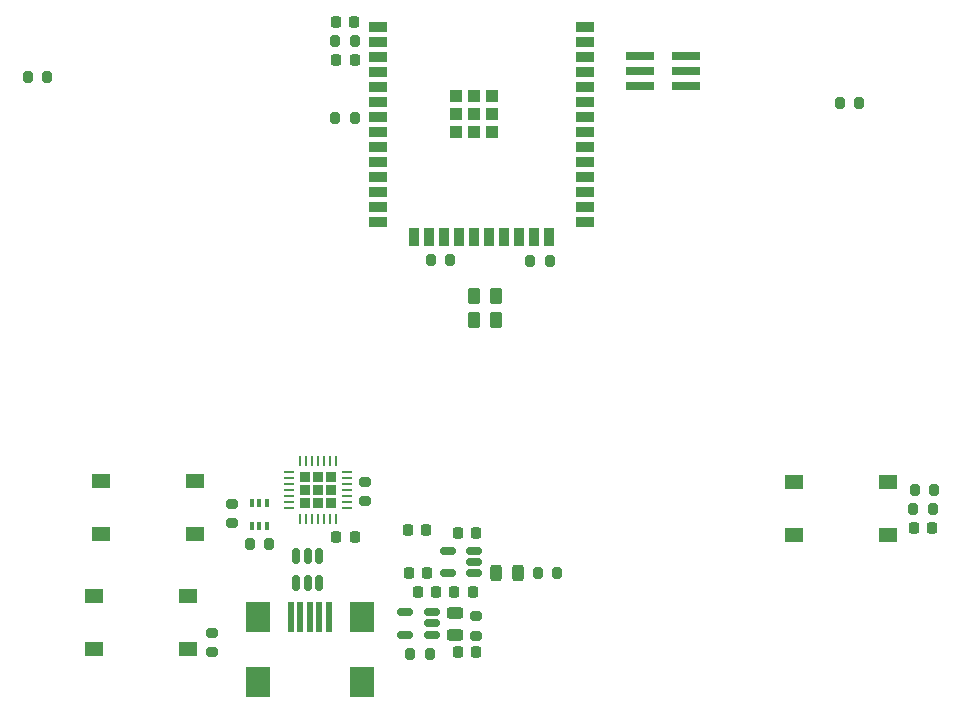
<source format=gbr>
%TF.GenerationSoftware,KiCad,Pcbnew,9.0.1*%
%TF.CreationDate,2025-09-21T13:47:25+02:00*%
%TF.ProjectId,RcSender,52635365-6e64-4657-922e-6b696361645f,rev?*%
%TF.SameCoordinates,Original*%
%TF.FileFunction,Paste,Top*%
%TF.FilePolarity,Positive*%
%FSLAX46Y46*%
G04 Gerber Fmt 4.6, Leading zero omitted, Abs format (unit mm)*
G04 Created by KiCad (PCBNEW 9.0.1) date 2025-09-21 13:47:25*
%MOMM*%
%LPD*%
G01*
G04 APERTURE LIST*
G04 Aperture macros list*
%AMRoundRect*
0 Rectangle with rounded corners*
0 $1 Rounding radius*
0 $2 $3 $4 $5 $6 $7 $8 $9 X,Y pos of 4 corners*
0 Add a 4 corners polygon primitive as box body*
4,1,4,$2,$3,$4,$5,$6,$7,$8,$9,$2,$3,0*
0 Add four circle primitives for the rounded corners*
1,1,$1+$1,$2,$3*
1,1,$1+$1,$4,$5*
1,1,$1+$1,$6,$7*
1,1,$1+$1,$8,$9*
0 Add four rect primitives between the rounded corners*
20,1,$1+$1,$2,$3,$4,$5,0*
20,1,$1+$1,$4,$5,$6,$7,0*
20,1,$1+$1,$6,$7,$8,$9,0*
20,1,$1+$1,$8,$9,$2,$3,0*%
G04 Aperture macros list end*
%ADD10RoundRect,0.200000X-0.275000X0.200000X-0.275000X-0.200000X0.275000X-0.200000X0.275000X0.200000X0*%
%ADD11RoundRect,0.100000X0.100000X-0.225000X0.100000X0.225000X-0.100000X0.225000X-0.100000X-0.225000X0*%
%ADD12R,1.500000X0.900000*%
%ADD13R,0.900000X1.500000*%
%ADD14R,1.050000X1.050000*%
%ADD15RoundRect,0.150000X0.512500X0.150000X-0.512500X0.150000X-0.512500X-0.150000X0.512500X-0.150000X0*%
%ADD16RoundRect,0.200000X0.275000X-0.200000X0.275000X0.200000X-0.275000X0.200000X-0.275000X-0.200000X0*%
%ADD17RoundRect,0.225000X0.225000X0.250000X-0.225000X0.250000X-0.225000X-0.250000X0.225000X-0.250000X0*%
%ADD18RoundRect,0.243750X-0.243750X-0.456250X0.243750X-0.456250X0.243750X0.456250X-0.243750X0.456250X0*%
%ADD19RoundRect,0.200000X0.200000X0.275000X-0.200000X0.275000X-0.200000X-0.275000X0.200000X-0.275000X0*%
%ADD20RoundRect,0.243750X0.456250X-0.243750X0.456250X0.243750X-0.456250X0.243750X-0.456250X-0.243750X0*%
%ADD21RoundRect,0.225000X-0.225000X-0.250000X0.225000X-0.250000X0.225000X0.250000X-0.225000X0.250000X0*%
%ADD22RoundRect,0.218750X0.218750X0.256250X-0.218750X0.256250X-0.218750X-0.256250X0.218750X-0.256250X0*%
%ADD23R,1.550000X1.300000*%
%ADD24RoundRect,0.200000X-0.200000X-0.275000X0.200000X-0.275000X0.200000X0.275000X-0.200000X0.275000X0*%
%ADD25R,2.400000X0.740000*%
%ADD26RoundRect,0.225000X0.225000X-0.225000X0.225000X0.225000X-0.225000X0.225000X-0.225000X-0.225000X0*%
%ADD27RoundRect,0.062500X0.062500X-0.337500X0.062500X0.337500X-0.062500X0.337500X-0.062500X-0.337500X0*%
%ADD28RoundRect,0.062500X0.337500X-0.062500X0.337500X0.062500X-0.337500X0.062500X-0.337500X-0.062500X0*%
%ADD29RoundRect,0.150000X0.150000X-0.512500X0.150000X0.512500X-0.150000X0.512500X-0.150000X-0.512500X0*%
%ADD30RoundRect,0.250000X-0.262500X-0.450000X0.262500X-0.450000X0.262500X0.450000X-0.262500X0.450000X0*%
%ADD31R,0.500000X2.500000*%
%ADD32R,2.000000X2.500000*%
G04 APERTURE END LIST*
D10*
%TO.C,R13*%
X64200000Y-121500000D03*
X64200000Y-123150000D03*
%TD*%
D11*
%TO.C,Q1*%
X54580000Y-125220000D03*
X55230000Y-125220000D03*
X55880000Y-125220000D03*
X55880000Y-123320000D03*
X55230000Y-123320000D03*
X54580000Y-123320000D03*
%TD*%
D12*
%TO.C,U4*%
X65305000Y-83035000D03*
X65305000Y-84305000D03*
X65305000Y-85575000D03*
X65305000Y-86845000D03*
X65305000Y-88115000D03*
X65305000Y-89385000D03*
X65305000Y-90655000D03*
X65305000Y-91925000D03*
X65305000Y-93195000D03*
X65305000Y-94465000D03*
X65305000Y-95735000D03*
X65305000Y-97005000D03*
X65305000Y-98275000D03*
X65305000Y-99545000D03*
D13*
X68345000Y-100795000D03*
X69615000Y-100795000D03*
X70885000Y-100795000D03*
X72155000Y-100795000D03*
X73425000Y-100795000D03*
X74695000Y-100795000D03*
X75965000Y-100795000D03*
X77235000Y-100795000D03*
X78505000Y-100795000D03*
X79775000Y-100795000D03*
D12*
X82805000Y-99545000D03*
X82805000Y-98275000D03*
X82805000Y-97005000D03*
X82805000Y-95735000D03*
X82805000Y-94465000D03*
X82805000Y-93195000D03*
X82805000Y-91925000D03*
X82805000Y-90655000D03*
X82805000Y-89385000D03*
X82805000Y-88115000D03*
X82805000Y-86845000D03*
X82805000Y-85575000D03*
X82805000Y-84305000D03*
X82805000Y-83035000D03*
D14*
X71850000Y-88850000D03*
X71850000Y-90375000D03*
X71850000Y-91900000D03*
X73375000Y-88850000D03*
X73375000Y-90375000D03*
X73375000Y-91900000D03*
X74900000Y-88850000D03*
X74900000Y-90375000D03*
X74900000Y-91900000D03*
%TD*%
D15*
%TO.C,U2*%
X73425000Y-129250000D03*
X73425000Y-128300000D03*
X73425000Y-127350000D03*
X71150000Y-127350000D03*
X71150000Y-129250000D03*
%TD*%
D16*
%TO.C,R2*%
X73600000Y-134550000D03*
X73600000Y-132900000D03*
%TD*%
D17*
%TO.C,C3*%
X73575000Y-125800000D03*
X72025000Y-125800000D03*
%TD*%
D18*
%TO.C,D2*%
X75225000Y-129200000D03*
X77100000Y-129200000D03*
%TD*%
D19*
%TO.C,R3*%
X80450000Y-129200000D03*
X78800000Y-129200000D03*
%TD*%
D20*
%TO.C,D1*%
X71800000Y-134475000D03*
X71800000Y-132600000D03*
%TD*%
D21*
%TO.C,C9*%
X61750000Y-126200000D03*
X63300000Y-126200000D03*
%TD*%
D22*
%TO.C,FB1*%
X73275000Y-130800000D03*
X71700000Y-130800000D03*
%TD*%
D23*
%TO.C,SW3*%
X41220000Y-131150000D03*
X49180000Y-131150000D03*
X41220000Y-135650000D03*
X49180000Y-135650000D03*
%TD*%
D16*
%TO.C,R7*%
X51200000Y-135950000D03*
X51200000Y-134300000D03*
%TD*%
D17*
%TO.C,C1*%
X73575000Y-135950000D03*
X72025000Y-135950000D03*
%TD*%
D24*
%TO.C,R5*%
X35600000Y-87200000D03*
X37250000Y-87200000D03*
%TD*%
%TO.C,R12*%
X104350000Y-89400000D03*
X106000000Y-89400000D03*
%TD*%
D25*
%TO.C,J3*%
X87450000Y-85430000D03*
X91350000Y-85430000D03*
X87450000Y-86700000D03*
X91350000Y-86700000D03*
X87450000Y-87970000D03*
X91350000Y-87970000D03*
%TD*%
D26*
%TO.C,U7*%
X59080000Y-123320000D03*
X60200000Y-123320000D03*
X61320000Y-123320000D03*
X59080000Y-122200000D03*
X60200000Y-122200000D03*
X61320000Y-122200000D03*
X59080000Y-121080000D03*
X60200000Y-121080000D03*
X61320000Y-121080000D03*
D27*
X58700000Y-124650000D03*
X59200000Y-124650000D03*
X59700000Y-124650000D03*
X60200000Y-124650000D03*
X60700000Y-124650000D03*
X61200000Y-124650000D03*
X61700000Y-124650000D03*
D28*
X62650000Y-123700000D03*
X62650000Y-123200000D03*
X62650000Y-122700000D03*
X62650000Y-122200000D03*
X62650000Y-121700000D03*
X62650000Y-121200000D03*
X62650000Y-120700000D03*
D27*
X61700000Y-119750000D03*
X61200000Y-119750000D03*
X60700000Y-119750000D03*
X60200000Y-119750000D03*
X59700000Y-119750000D03*
X59200000Y-119750000D03*
X58700000Y-119750000D03*
D28*
X57750000Y-120700000D03*
X57750000Y-121200000D03*
X57750000Y-121700000D03*
X57750000Y-122200000D03*
X57750000Y-122700000D03*
X57750000Y-123200000D03*
X57750000Y-123700000D03*
%TD*%
D23*
%TO.C,BT1*%
X100500000Y-121550000D03*
X108460000Y-121550000D03*
X100500000Y-126050000D03*
X108460000Y-126050000D03*
%TD*%
D10*
%TO.C,R15*%
X52900000Y-123375000D03*
X52900000Y-125025000D03*
%TD*%
D24*
%TO.C,R14*%
X54400000Y-126800000D03*
X56050000Y-126800000D03*
%TD*%
D29*
%TO.C,U3*%
X58350000Y-130037500D03*
X59300000Y-130037500D03*
X60250000Y-130037500D03*
X60250000Y-127762500D03*
X59300000Y-127762500D03*
X58350000Y-127762500D03*
%TD*%
D17*
%TO.C,C4*%
X69450000Y-129200000D03*
X67900000Y-129200000D03*
%TD*%
D24*
%TO.C,R8*%
X78150000Y-102800000D03*
X79800000Y-102800000D03*
%TD*%
%TO.C,R9*%
X61650000Y-84200000D03*
X63300000Y-84200000D03*
%TD*%
D21*
%TO.C,C5*%
X110625000Y-125400000D03*
X112175000Y-125400000D03*
%TD*%
D17*
%TO.C,C2*%
X70200000Y-130800000D03*
X68650000Y-130800000D03*
%TD*%
D23*
%TO.C,SW4*%
X41840000Y-121400000D03*
X49800000Y-121400000D03*
X41840000Y-125900000D03*
X49800000Y-125900000D03*
%TD*%
D17*
%TO.C,C8*%
X69350000Y-125550000D03*
X67800000Y-125550000D03*
%TD*%
D24*
%TO.C,R1*%
X68000000Y-136050000D03*
X69650000Y-136050000D03*
%TD*%
D19*
%TO.C,R11*%
X63300000Y-90700000D03*
X61650000Y-90700000D03*
%TD*%
D21*
%TO.C,C6*%
X61750000Y-85800000D03*
X63300000Y-85800000D03*
%TD*%
D17*
%TO.C,C7*%
X63250000Y-82600000D03*
X61700000Y-82600000D03*
%TD*%
D30*
%TO.C,R16*%
X73400000Y-107800000D03*
X75225000Y-107800000D03*
%TD*%
D19*
%TO.C,R10*%
X112350000Y-122200000D03*
X110700000Y-122200000D03*
%TD*%
D15*
%TO.C,U1*%
X69800000Y-134450000D03*
X69800000Y-133500000D03*
X69800000Y-132550000D03*
X67525000Y-132550000D03*
X67525000Y-134450000D03*
%TD*%
D19*
%TO.C,R6*%
X71400000Y-102700000D03*
X69750000Y-102700000D03*
%TD*%
D30*
%TO.C,R17*%
X73400000Y-105800000D03*
X75225000Y-105800000D03*
%TD*%
D19*
%TO.C,R4*%
X112250000Y-123800000D03*
X110600000Y-123800000D03*
%TD*%
D31*
%TO.C,J1*%
X57900000Y-132975000D03*
X58700000Y-132975000D03*
X59500000Y-132975000D03*
X60300000Y-132975000D03*
X61100000Y-132975000D03*
D32*
X55100000Y-132975000D03*
X55100000Y-138475000D03*
X63900000Y-132975000D03*
X63900000Y-138475000D03*
%TD*%
M02*

</source>
